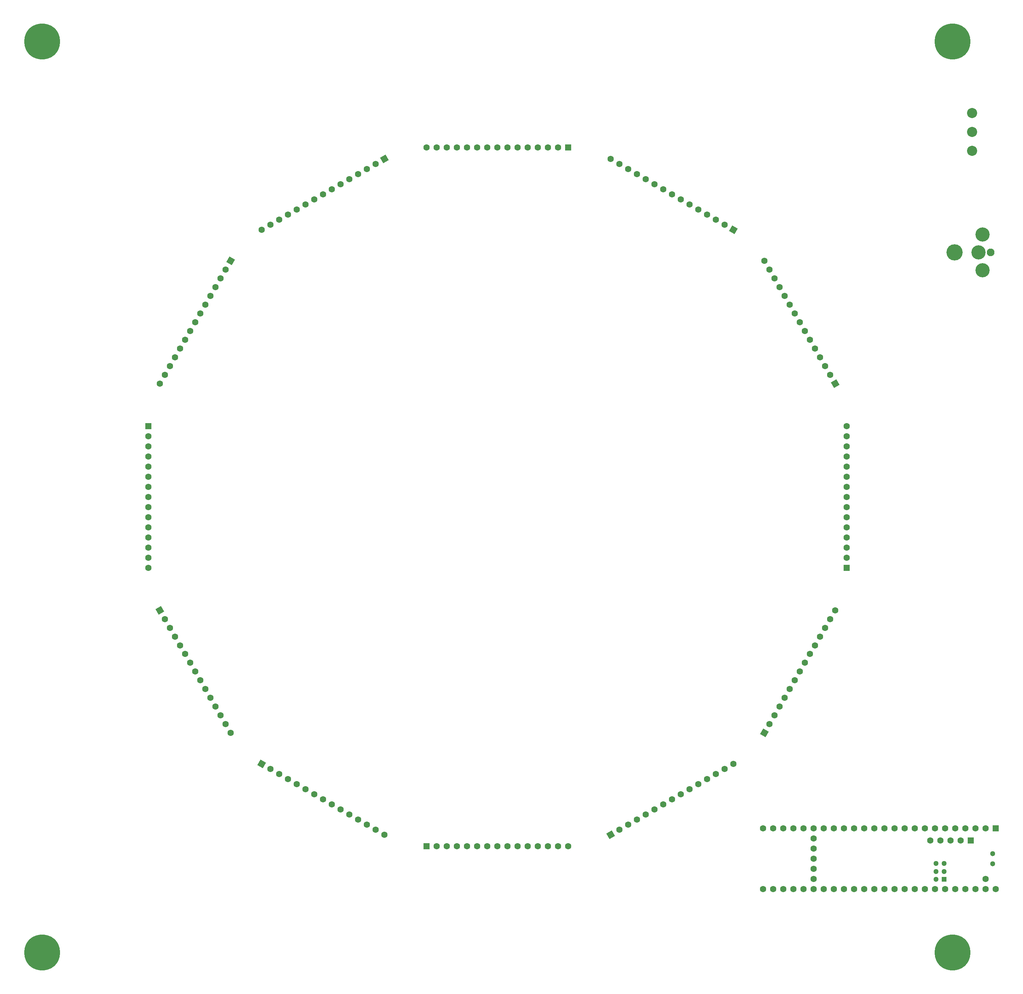
<source format=gbs>
%TF.GenerationSoftware,KiCad,Pcbnew,7.0.8-7.0.8~ubuntu22.04.1*%
%TF.CreationDate,2024-02-10T13:50:53-08:00*%
%TF.ProjectId,teensy_arena_12-12,7465656e-7379-45f6-9172-656e615f3132,rev?*%
%TF.SameCoordinates,Original*%
%TF.FileFunction,Soldermask,Bot*%
%TF.FilePolarity,Negative*%
%FSLAX46Y46*%
G04 Gerber Fmt 4.6, Leading zero omitted, Abs format (unit mm)*
G04 Created by KiCad (PCBNEW 7.0.8-7.0.8~ubuntu22.04.1) date 2024-02-10 13:50:53*
%MOMM*%
%LPD*%
G01*
G04 APERTURE LIST*
G04 Aperture macros list*
%AMRotRect*
0 Rectangle, with rotation*
0 The origin of the aperture is its center*
0 $1 length*
0 $2 width*
0 $3 Rotation angle, in degrees counterclockwise*
0 Add horizontal line*
21,1,$1,$2,0,0,$3*%
G04 Aperture macros list end*
%ADD10C,9.000000*%
%ADD11R,1.600000X1.600000*%
%ADD12C,1.600000*%
%ADD13RotRect,1.600000X1.600000X60.000000*%
%ADD14C,2.540000*%
%ADD15RotRect,1.600000X1.600000X330.000000*%
%ADD16RotRect,1.600000X1.600000X30.000000*%
%ADD17C,3.556000*%
%ADD18C,1.930400*%
%ADD19C,4.064000*%
%ADD20RotRect,1.600000X1.600000X210.000000*%
%ADD21R,1.300000X1.300000*%
%ADD22C,1.300000*%
%ADD23RotRect,1.600000X1.600000X240.000000*%
%ADD24RotRect,1.600000X1.600000X300.000000*%
%ADD25RotRect,1.600000X1.600000X120.000000*%
%ADD26RotRect,1.600000X1.600000X150.000000*%
G04 APERTURE END LIST*
D10*
%TO.C,H1*%
X63500000Y-63500000D03*
%TD*%
D11*
%TO.C,P10*%
X160019999Y-265474028D03*
D12*
X162559999Y-265474028D03*
X165099999Y-265474028D03*
X167639999Y-265474028D03*
X170179999Y-265474028D03*
X172719999Y-265474028D03*
X175259999Y-265474028D03*
X177799999Y-265474028D03*
X180339999Y-265474028D03*
X182879999Y-265474028D03*
X185419999Y-265474028D03*
X187959999Y-265474028D03*
X190499999Y-265474028D03*
X193039999Y-265474028D03*
X195579999Y-265474028D03*
%TD*%
D13*
%TO.C,P12*%
X244837936Y-237034946D03*
D12*
X246107936Y-234835241D03*
X247377936Y-232635537D03*
X248647936Y-230435832D03*
X249917936Y-228236128D03*
X251187936Y-226036423D03*
X252457936Y-223836719D03*
X253727936Y-221637014D03*
X254997936Y-219437309D03*
X256267936Y-217237605D03*
X257537936Y-215037900D03*
X258807936Y-212838196D03*
X260077936Y-210638491D03*
X261347936Y-208438787D03*
X262617936Y-206239082D03*
%TD*%
D11*
%TO.C,P7*%
X90125971Y-160020000D03*
D12*
X90125971Y-162560000D03*
X90125971Y-165100000D03*
X90125971Y-167640000D03*
X90125971Y-170180000D03*
X90125971Y-172720000D03*
X90125971Y-175260000D03*
X90125971Y-177800000D03*
X90125971Y-180340000D03*
X90125971Y-182880000D03*
X90125971Y-185420000D03*
X90125971Y-187960000D03*
X90125971Y-190500000D03*
X90125971Y-193040000D03*
X90125971Y-195580000D03*
%TD*%
D14*
%TO.C,SW1*%
X296960000Y-90982800D03*
X296960000Y-86233000D03*
X296960000Y-81483200D03*
%TD*%
D15*
%TO.C,P9*%
X118565053Y-244837936D03*
D12*
X120764758Y-246107936D03*
X122964462Y-247377936D03*
X125164167Y-248647936D03*
X127363871Y-249917936D03*
X129563576Y-251187936D03*
X131763280Y-252457936D03*
X133962985Y-253727936D03*
X136162690Y-254997936D03*
X138362394Y-256267936D03*
X140562099Y-257537936D03*
X142761803Y-258807936D03*
X144961508Y-260077936D03*
X147161212Y-261347936D03*
X149360917Y-262617936D03*
%TD*%
D16*
%TO.C,P11*%
X206239082Y-262617936D03*
D12*
X208438787Y-261347936D03*
X210638491Y-260077936D03*
X212838196Y-258807936D03*
X215037900Y-257537936D03*
X217237605Y-256267936D03*
X219437309Y-254997936D03*
X221637014Y-253727936D03*
X223836719Y-252457936D03*
X226036423Y-251187936D03*
X228236128Y-249917936D03*
X230435832Y-248647936D03*
X232635537Y-247377936D03*
X234835241Y-246107936D03*
X237034946Y-244837936D03*
%TD*%
D10*
%TO.C,H3*%
X292100000Y-292100000D03*
%TD*%
%TO.C,H4*%
X63500000Y-292100000D03*
%TD*%
D17*
%TO.C,J1*%
X299596200Y-111963200D03*
D18*
X301602800Y-116459000D03*
D17*
X299596200Y-120954800D03*
D19*
X292611200Y-116459000D03*
D17*
X298605600Y-116459000D03*
%TD*%
D20*
%TO.C,P5*%
X149360917Y-92982063D03*
D12*
X147161212Y-94252063D03*
X144961508Y-95522063D03*
X142761803Y-96792063D03*
X140562099Y-98062063D03*
X138362394Y-99332063D03*
X136162690Y-100602063D03*
X133962985Y-101872063D03*
X131763280Y-103142063D03*
X129563576Y-104412063D03*
X127363871Y-105682063D03*
X125164167Y-106952063D03*
X122964462Y-108222063D03*
X120764758Y-109492063D03*
X118565053Y-110762063D03*
%TD*%
D11*
%TO.C,P4*%
X195580000Y-90125971D03*
D12*
X193040000Y-90125971D03*
X190500000Y-90125971D03*
X187960000Y-90125971D03*
X185420000Y-90125971D03*
X182880000Y-90125971D03*
X180340000Y-90125971D03*
X177800000Y-90125971D03*
X175260000Y-90125971D03*
X172720000Y-90125971D03*
X170180000Y-90125971D03*
X167640000Y-90125971D03*
X165100000Y-90125971D03*
X162560000Y-90125971D03*
X160020000Y-90125971D03*
%TD*%
D11*
%TO.C,U18*%
X302895000Y-260985000D03*
D12*
X300355000Y-260985000D03*
X297815000Y-260985000D03*
X295275000Y-260985000D03*
X292735000Y-260985000D03*
X290195000Y-260985000D03*
X287655000Y-260985000D03*
X285115000Y-260985000D03*
X282575000Y-260985000D03*
X280035000Y-260985000D03*
X277495000Y-260985000D03*
X274955000Y-260985000D03*
X272415000Y-260985000D03*
X269875000Y-260985000D03*
X267335000Y-260985000D03*
X264795000Y-260985000D03*
X262255000Y-260985000D03*
X259715000Y-260985000D03*
X257175000Y-260985000D03*
X254635000Y-260985000D03*
X252095000Y-260985000D03*
X249555000Y-260985000D03*
X247015000Y-260985000D03*
X244475000Y-260985000D03*
X244475000Y-276225000D03*
X247015000Y-276225000D03*
X249555000Y-276225000D03*
X252095000Y-276225000D03*
X254635000Y-276225000D03*
X257175000Y-276225000D03*
X259715000Y-276225000D03*
X262255000Y-276225000D03*
X264795000Y-276225000D03*
X267335000Y-276225000D03*
X269875000Y-276225000D03*
X272415000Y-276225000D03*
X274955000Y-276225000D03*
X277495000Y-276225000D03*
X280035000Y-276225000D03*
X282575000Y-276225000D03*
X285115000Y-276225000D03*
X287655000Y-276225000D03*
X290195000Y-276225000D03*
X292735000Y-276225000D03*
X295275000Y-276225000D03*
X297815000Y-276225000D03*
X300355000Y-276225000D03*
X302895000Y-276225000D03*
X300355000Y-273685000D03*
X257175000Y-263525000D03*
X257175000Y-266065000D03*
X257175000Y-268605000D03*
X257175000Y-271145000D03*
X257175000Y-273685000D03*
D11*
X296595800Y-264035800D03*
D12*
X294055800Y-264035800D03*
X291515800Y-264035800D03*
X288975800Y-264035800D03*
X286435800Y-264035800D03*
D21*
X289925000Y-273786600D03*
D22*
X289925000Y-271786600D03*
X289925000Y-269786600D03*
X287925000Y-269786600D03*
X287925000Y-271786600D03*
X287925000Y-273786600D03*
X302165000Y-269875000D03*
X302165000Y-267335000D03*
%TD*%
D11*
%TO.C,P1*%
X265474028Y-195580000D03*
D12*
X265474028Y-193040000D03*
X265474028Y-190500000D03*
X265474028Y-187960000D03*
X265474028Y-185420000D03*
X265474028Y-182880000D03*
X265474028Y-180340000D03*
X265474028Y-177800000D03*
X265474028Y-175260000D03*
X265474028Y-172720000D03*
X265474028Y-170180000D03*
X265474028Y-167640000D03*
X265474028Y-165100000D03*
X265474028Y-162560000D03*
X265474028Y-160020000D03*
%TD*%
D23*
%TO.C,P6*%
X110762063Y-118565053D03*
D12*
X109492063Y-120764758D03*
X108222063Y-122964462D03*
X106952063Y-125164167D03*
X105682063Y-127363871D03*
X104412063Y-129563576D03*
X103142063Y-131763280D03*
X101872063Y-133962985D03*
X100602063Y-136162690D03*
X99332063Y-138362394D03*
X98062063Y-140562099D03*
X96792063Y-142761803D03*
X95522063Y-144961508D03*
X94252063Y-147161212D03*
X92982063Y-149360917D03*
%TD*%
D24*
%TO.C,P8*%
X92982063Y-206239082D03*
D12*
X94252063Y-208438787D03*
X95522063Y-210638491D03*
X96792063Y-212838196D03*
X98062063Y-215037900D03*
X99332063Y-217237605D03*
X100602063Y-219437309D03*
X101872063Y-221637014D03*
X103142063Y-223836719D03*
X104412063Y-226036423D03*
X105682063Y-228236128D03*
X106952063Y-230435832D03*
X108222063Y-232635537D03*
X109492063Y-234835241D03*
X110762063Y-237034946D03*
%TD*%
D10*
%TO.C,H2*%
X292100000Y-63500000D03*
%TD*%
D25*
%TO.C,P2*%
X262617936Y-149360917D03*
D12*
X261347936Y-147161212D03*
X260077936Y-144961508D03*
X258807936Y-142761803D03*
X257537936Y-140562099D03*
X256267936Y-138362394D03*
X254997936Y-136162690D03*
X253727936Y-133962985D03*
X252457936Y-131763280D03*
X251187936Y-129563576D03*
X249917936Y-127363871D03*
X248647936Y-125164167D03*
X247377936Y-122964462D03*
X246107936Y-120764758D03*
X244837936Y-118565053D03*
%TD*%
D26*
%TO.C,P3*%
X237034946Y-110762063D03*
D12*
X234835241Y-109492063D03*
X232635537Y-108222063D03*
X230435832Y-106952063D03*
X228236128Y-105682063D03*
X226036423Y-104412063D03*
X223836719Y-103142063D03*
X221637014Y-101872063D03*
X219437309Y-100602063D03*
X217237605Y-99332063D03*
X215037900Y-98062063D03*
X212838196Y-96792063D03*
X210638491Y-95522063D03*
X208438787Y-94252063D03*
X206239082Y-92982063D03*
%TD*%
M02*

</source>
